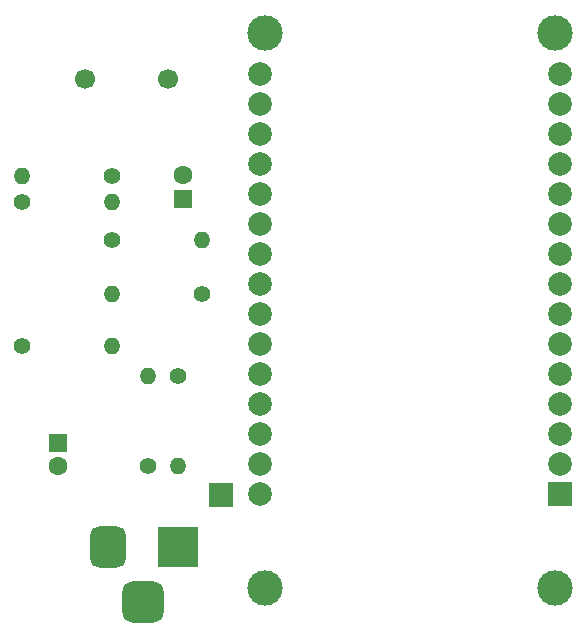
<source format=gbr>
%TF.GenerationSoftware,KiCad,Pcbnew,7.0.2-6a45011f42~172~ubuntu22.04.1*%
%TF.CreationDate,2023-05-01T21:07:46+01:00*%
%TF.ProjectId,esp32-emon,65737033-322d-4656-9d6f-6e2e6b696361,rev?*%
%TF.SameCoordinates,Original*%
%TF.FileFunction,Soldermask,Bot*%
%TF.FilePolarity,Negative*%
%FSLAX46Y46*%
G04 Gerber Fmt 4.6, Leading zero omitted, Abs format (unit mm)*
G04 Created by KiCad (PCBNEW 7.0.2-6a45011f42~172~ubuntu22.04.1) date 2023-05-01 21:07:46*
%MOMM*%
%LPD*%
G01*
G04 APERTURE LIST*
G04 Aperture macros list*
%AMRoundRect*
0 Rectangle with rounded corners*
0 $1 Rounding radius*
0 $2 $3 $4 $5 $6 $7 $8 $9 X,Y pos of 4 corners*
0 Add a 4 corners polygon primitive as box body*
4,1,4,$2,$3,$4,$5,$6,$7,$8,$9,$2,$3,0*
0 Add four circle primitives for the rounded corners*
1,1,$1+$1,$2,$3*
1,1,$1+$1,$4,$5*
1,1,$1+$1,$6,$7*
1,1,$1+$1,$8,$9*
0 Add four rect primitives between the rounded corners*
20,1,$1+$1,$2,$3,$4,$5,0*
20,1,$1+$1,$4,$5,$6,$7,0*
20,1,$1+$1,$6,$7,$8,$9,0*
20,1,$1+$1,$8,$9,$2,$3,0*%
G04 Aperture macros list end*
%ADD10R,1.600000X1.600000*%
%ADD11C,1.600000*%
%ADD12C,3.000000*%
%ADD13R,2.000000X2.000000*%
%ADD14C,2.000000*%
%ADD15C,1.400000*%
%ADD16O,1.400000X1.400000*%
%ADD17R,3.500000X3.500000*%
%ADD18RoundRect,0.750000X-0.750000X-1.000000X0.750000X-1.000000X0.750000X1.000000X-0.750000X1.000000X0*%
%ADD19RoundRect,0.875000X-0.875000X-0.875000X0.875000X-0.875000X0.875000X0.875000X-0.875000X0.875000X0*%
%ADD20C,1.700000*%
G04 APERTURE END LIST*
D10*
%TO.C,C2*%
X144600000Y-64800000D03*
D11*
X144600000Y-66800000D03*
%TD*%
D12*
%TO.C,U1*%
X186680000Y-77075000D03*
X186680000Y-30125000D03*
X162170000Y-77075000D03*
X162170000Y-30125000D03*
D13*
X187100000Y-69115000D03*
D14*
X187100000Y-66575000D03*
X187100000Y-64035000D03*
X187100000Y-61495000D03*
X187100000Y-58955000D03*
X187100000Y-56415000D03*
X187100000Y-53875000D03*
X187100000Y-51335000D03*
X187100000Y-48795000D03*
X187100000Y-46255000D03*
X187100000Y-43715000D03*
X187100000Y-41175000D03*
X187100000Y-38635000D03*
X187100000Y-36095000D03*
X187100000Y-33555000D03*
X161700000Y-33555000D03*
X161700000Y-36095000D03*
X161700000Y-38635000D03*
X161700000Y-41175000D03*
X161700000Y-43715000D03*
X161700000Y-46255000D03*
X161700000Y-48795000D03*
X161700000Y-51335000D03*
X161700000Y-53875000D03*
X161700000Y-56415000D03*
X161700000Y-58955000D03*
X161700000Y-61495000D03*
X161700000Y-64035000D03*
X161700000Y-66575000D03*
X161700000Y-69115000D03*
%TD*%
D15*
%TO.C,R4*%
X154800000Y-59190000D03*
D16*
X154800000Y-66810000D03*
%TD*%
D15*
%TO.C,R3*%
X149200000Y-47600000D03*
D16*
X156820000Y-47600000D03*
%TD*%
D13*
%TO.C,TP1*%
X158400000Y-69200000D03*
%TD*%
D15*
%TO.C,R2*%
X141580000Y-44400000D03*
D16*
X149200000Y-44400000D03*
%TD*%
D15*
%TO.C,R1*%
X149200000Y-42200000D03*
D16*
X141580000Y-42200000D03*
%TD*%
D17*
%TO.C,J2*%
X154800000Y-73600000D03*
D18*
X148800000Y-73600000D03*
D19*
X151800000Y-78300000D03*
%TD*%
D20*
%TO.C,J1*%
X146900000Y-34000000D03*
X153900000Y-34000000D03*
%TD*%
D15*
%TO.C,R5*%
X152200000Y-66810000D03*
D16*
X152200000Y-59190000D03*
%TD*%
D15*
%TO.C,R6*%
X156810000Y-52200000D03*
D16*
X149190000Y-52200000D03*
%TD*%
D10*
%TO.C,C1*%
X155200000Y-44155113D03*
D11*
X155200000Y-42155113D03*
%TD*%
D15*
%TO.C,R7*%
X141590000Y-56600000D03*
D16*
X149210000Y-56600000D03*
%TD*%
M02*

</source>
